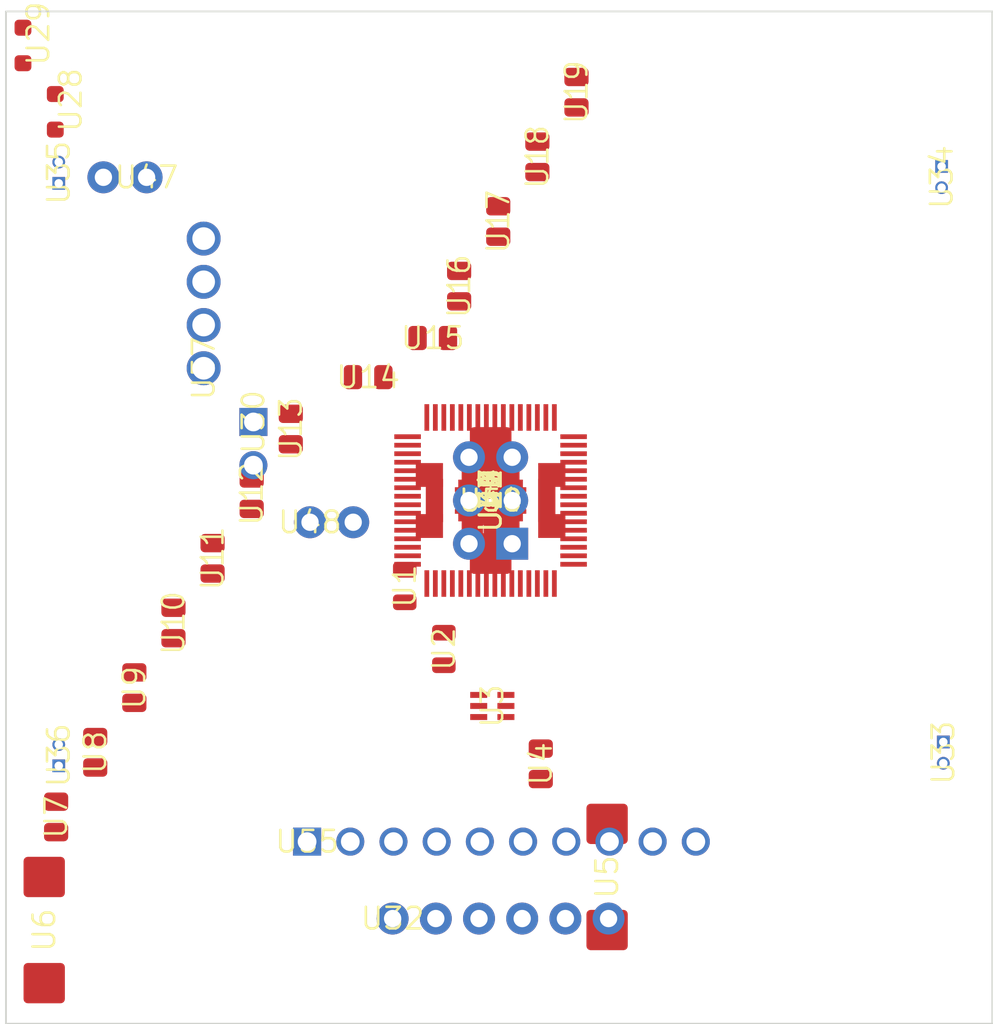
<source format=kicad_pcb>
(kicad_pcb (version 20171130) (host pcbnew "(5.1.4-0-10_14)")
  (layers (0 Top signal) (1 Route2 signal) (2 Route15 signal) (31 Bottom signal) (34 B.Paste user) (35 F.Paste user) (36 B.SilkS user) (37 F.SilkS user) (38 B.Mask user) (39 F.Mask user hide) (44 Edge.Cuts user))
  (net 0 "")
  (net 1 3V3)
  (net 2 GND)
  (net 3 VBAT)
  (net 4 BAT_GND)
  (net 5 "Net-(B1-Pad3)")
  (net 6 "Net-(B1-Pad4)")
  (net 7 "Net-(C3-Pad1)")
  (net 8 "Net-(C1-Pad1)")
  (net 9 "Net-(C2-Pad1)")
  (net 10 /PWM3)
  (net 11 /PWM2)
  (net 12 /PWM1)
  (net 13 /TX0)
  (net 14 /RX0)
  (net 15 /PWM4)
  (net 16 /MISO)
  (net 17 /MOSI)
  (net 18 /SCK)
  (net 19 /SDA)
  (net 20 /SCL)
  (net 21 "Net-(C4-Pad1)")
  (net 22 /RESET)
  (net 23 "Net-(D1-PadA)")
  (net 24 "Net-(C18-Pad1)")
  (net 25 "Net-(C19-Pad1)")
  (net 26 "Net-(B1-Pad2)")
  (net 27 "Net-(B1-Pad1)")
  (net 28 "Net-(D2-PadA)")
  (net 29 "Net-(D3-PadA)")
  (net 30 "Net-(D4-PadA)")
  (net 31 /DTR)
  (net 32 "Net-(D7-Pad1)")
  (net 33 "Net-(D8-Pad2)")
  (net 34 /LED2)
  (net 35 /LED1)
  (module quadcopter:LEDSC125X200X120-2_HS (layer Top) (at 120.501100 77.253600 270.000000)
    (fp_text reference U29 (at -0.7 -0.9 270) (layer F.SilkS) (effects (font (size 1.27 1.27))))
    (fp_text value "" (at -0.7 -0.9 270) (layer F.SilkS) (effects (font (size 1.27 1.27))))
    (pad 1 smd roundrect (at -1.045 0 90.000000) (size 0.94 0.99) (layers Top) (roundrect_rratio 0.255) (net 2 GND))
    (pad 2 smd roundrect (at 1.045 0 270.000000) (size 0.94 0.99) (layers Top) (roundrect_rratio 0.255) (net 33 "Net-(D8-Pad2)"))
  )
  (module quadcopter:LEDSC125X200X120-2_HS (layer Top) (at 122.401100 81.153600 270.000000)
    (fp_text reference U28 (at -0.7 -0.9 270) (layer F.SilkS) (effects (font (size 1.27 1.27))))
    (fp_text value "" (at -0.7 -0.9 270) (layer F.SilkS) (effects (font (size 1.27 1.27))))
    (pad 1 smd roundrect (at -1.045 0 90.000000) (size 0.94 0.99) (layers Top) (roundrect_rratio 0.255) (net 32 "Net-(D7-Pad1)"))
    (pad 2 smd roundrect (at 1.045 0 270.000000) (size 0.94 0.99) (layers Top) (roundrect_rratio 0.255) (net 2 GND))
  )
  (module quadcopter:FTDI_BASIC_2PIN_2 (layer Bottom) (at 126.501100 85.003600 180.000000)
    (fp_text reference U47 (at -1.27 0 180) (layer F.SilkS) (effects (font (size 1.27 1.27))))
    (fp_text value "" (at -1.27 0 180) (layer F.SilkS) (effects (font (size 1.27 1.27))))
    (pad DTR thru_hole circle (at -1.27 0 90.000000) (size 1.8796 1.8796) (drill 1.016) (layers *.Cu *.Mask) (net 31 /DTR))
    (pad CTS thru_hole circle (at 1.27 0 90.000000) (size 1.8796 1.8796) (drill 1.016) (layers *.Cu *.Mask) (net 2 GND))
  )
  (module quadcopter:HDRVR4W80P254_1X4_1066X254X850B (layer Top) (at 131.126100 92.416100 90.000000)
    (fp_text reference U57 (at -3.81 0 90) (layer F.SilkS) (effects (font (size 1.27 1.27))))
    (fp_text value "" (at -3.81 0 90) (layer F.SilkS) (effects (font (size 1.27 1.27))))
    (pad 4 thru_hole circle (at 3.81 0 90.000000) (size 1.9971 1.9971) (drill 1.3314) (layers *.Cu *.Mask) (net 19 /SDA))
    (pad 3 thru_hole circle (at 1.27 0 90.000000) (size 1.9971 1.9971) (drill 1.3314) (layers *.Cu *.Mask) (net 20 /SCL))
    (pad 2 thru_hole circle (at -1.27 0 90.000000) (size 1.9971 1.9971) (drill 1.3314) (layers *.Cu *.Mask) (net 2 GND))
    (pad 1 thru_hole circle (at -3.81 0 90.000000) (size 1.9971 1.9971) (drill 1.3314) (layers *.Cu *.Mask) (net 1 3V3))
  )
  (module quadcopter:FTDI_BASIC (layer Top) (at 148.588400 128.573200)
    (fp_text reference U32 (at -6.35 0) (layer F.SilkS) (effects (font (size 1.27 1.27))))
    (fp_text value "" (at -6.35 0) (layer F.SilkS) (effects (font (size 1.27 1.27))))
    (pad VCC thru_hole circle (at 1.27 0 90.000000) (size 1.8796 1.8796) (drill 1.016) (layers *.Cu *.Mask) (net 1 3V3))
    (pad TXO thru_hole circle (at -1.27 0 90.000000) (size 1.8796 1.8796) (drill 1.016) (layers *.Cu *.Mask) (net 14 /RX0))
    (pad RXI thru_hole circle (at -3.81 0 90.000000) (size 1.8796 1.8796) (drill 1.016) (layers *.Cu *.Mask) (net 13 /TX0))
    (pad GND thru_hole circle (at 6.35 0 90.000000) (size 1.8796 1.8796) (drill 1.016) (layers *.Cu *.Mask) (net 2 GND))
    (pad DTR thru_hole circle (at -6.35 0 90.000000) (size 1.8796 1.8796) (drill 1.016) (layers *.Cu *.Mask) (net 31 /DTR))
    (pad CTS thru_hole circle (at 3.81 0 90.000000) (size 1.8796 1.8796) (drill 1.016) (layers *.Cu *.Mask))
  )
  (module quadcopter:HDRV10W63P254_10X1_2540X254H838_HS (layer Top) (at 148.639200 124.052000)
    (fp_text reference U55 (at -11.43 0) (layer F.SilkS) (effects (font (size 1.27 1.27))))
    (fp_text value "" (at -11.43 0) (layer F.SilkS) (effects (font (size 1.27 1.27))))
    (pad 9 thru_hole circle (at 8.89 0) (size 1.65 1.65) (drill 1.1) (layers *.Cu *.Mask) (net 19 /SDA))
    (pad 8 thru_hole circle (at 6.35 0) (size 1.65 1.65) (drill 1.1) (layers *.Cu *.Mask) (net 1 3V3))
    (pad 7 thru_hole circle (at 3.81 0) (size 1.65 1.65) (drill 1.1) (layers *.Cu *.Mask) (net 3 VBAT))
    (pad 6 thru_hole circle (at 1.27 0) (size 1.65 1.65) (drill 1.1) (layers *.Cu *.Mask) (net 12 /PWM1))
    (pad 5 thru_hole circle (at -1.27 0) (size 1.65 1.65) (drill 1.1) (layers *.Cu *.Mask) (net 11 /PWM2))
    (pad 4 thru_hole circle (at -3.81 0) (size 1.65 1.65) (drill 1.1) (layers *.Cu *.Mask) (net 10 /PWM3))
    (pad 3 thru_hole circle (at -6.35 0) (size 1.65 1.65) (drill 1.1) (layers *.Cu *.Mask) (net 15 /PWM4))
    (pad 2 thru_hole circle (at -8.89 0) (size 1.65 1.65) (drill 1.1) (layers *.Cu *.Mask) (net 4 BAT_GND))
    (pad 10 thru_hole circle (at 11.43 0) (size 1.65 1.65) (drill 1.1) (layers *.Cu *.Mask) (net 20 /SCL))
    (pad 1 thru_hole rect (at -11.43 0) (size 1.65 1.65) (drill 1.1) (layers *.Cu *.Mask) (net 2 GND))
  )
  (module quadcopter:MALE_HEADER_2X1_0.1IN (layer Top) (at 134.051100 100.653600 270.000000)
    (fp_text reference U30 (at -1.27 0 270) (layer F.SilkS) (effects (font (size 1.27 1.27))))
    (fp_text value "" (at -1.27 0 270) (layer F.SilkS) (effects (font (size 1.27 1.27))))
    (pad 2 thru_hole circle (at 1.27 0 350.000000) (size 1.65 1.65) (drill 1.1) (layers *.Cu *.Mask) (net 3 VBAT))
    (pad 1 thru_hole rect (at -1.27 0 270.000000) (size 1.65 1.65) (drill 1.1) (layers *.Cu *.Mask) (net 4 BAT_GND))
  )
  (module quadcopter:FTDI_BASIC_2PIN_1 (layer Bottom) (at 138.651100 105.278600)
    (fp_text reference U48 (at -1.27 0) (layer F.SilkS) (effects (font (size 1.27 1.27))))
    (fp_text value "" (at -1.27 0) (layer F.SilkS) (effects (font (size 1.27 1.27))))
    (pad TXO thru_hole circle (at -1.27 0 270.000000) (size 1.8796 1.8796) (drill 1.016) (layers *.Cu *.Mask) (net 14 /RX0))
    (pad RXI thru_hole circle (at 1.27 0 270.000000) (size 1.8796 1.8796) (drill 1.016) (layers *.Cu *.Mask) (net 13 /TX0))
  )
  (module quadcopter:MOLEX-0530470210 (layer Top) (at 175.258400 118.819600 90.000000)
    (fp_text reference U33 (at 0 -0.635 90) (layer F.SilkS) (effects (font (size 1.27 1.27))))
    (fp_text value "" (at 0 -0.635 90) (layer F.SilkS) (effects (font (size 1.27 1.27))))
    (pad 2 thru_hole circle (at -0.625 -0.635 90.000000) (size 0.75 0.75) (drill 0.5) (layers *.Cu *.Mask) (net 23 "Net-(D1-PadA)"))
    (pad 1 thru_hole rect (at 0.625 -0.635 90.000000) (size 0.75 0.75) (drill 0.5) (layers *.Cu *.Mask) (net 3 VBAT))
  )
  (module quadcopter:MOLEX-0530470210 (layer Top) (at 175.156800 84.986800 90.000000)
    (fp_text reference U34 (at 0 -0.635 90) (layer F.SilkS) (effects (font (size 1.27 1.27))))
    (fp_text value "" (at 0 -0.635 90) (layer F.SilkS) (effects (font (size 1.27 1.27))))
    (pad 2 thru_hole circle (at -0.625 -0.635 90.000000) (size 0.75 0.75) (drill 0.5) (layers *.Cu *.Mask) (net 28 "Net-(D2-PadA)"))
    (pad 1 thru_hole rect (at 0.625 -0.635 90.000000) (size 0.75 0.75) (drill 0.5) (layers *.Cu *.Mask) (net 3 VBAT))
  )
  (module quadcopter:MOLEX-0530470210 (layer Top) (at 121.969200 118.972000 270.000000)
    (fp_text reference U36 (at 0 -0.635 270) (layer F.SilkS) (effects (font (size 1.27 1.27))))
    (fp_text value "" (at 0 -0.635 270) (layer F.SilkS) (effects (font (size 1.27 1.27))))
    (pad 2 thru_hole circle (at -0.625 -0.635 270.000000) (size 0.75 0.75) (drill 0.5) (layers *.Cu *.Mask) (net 30 "Net-(D4-PadA)"))
    (pad 1 thru_hole rect (at 0.625 -0.635 270.000000) (size 0.75 0.75) (drill 0.5) (layers *.Cu *.Mask) (net 3 VBAT))
  )
  (module quadcopter:MOLEX-0530470210 (layer Top) (at 121.969200 84.732800 270.000000)
    (fp_text reference U35 (at 0 -0.635 270) (layer F.SilkS) (effects (font (size 1.27 1.27))))
    (fp_text value "" (at 0 -0.635 270) (layer F.SilkS) (effects (font (size 1.27 1.27))))
    (pad 2 thru_hole circle (at -0.625 -0.635 270.000000) (size 0.75 0.75) (drill 0.5) (layers *.Cu *.Mask) (net 29 "Net-(D3-PadA)"))
    (pad 1 thru_hole rect (at 0.625 -0.635 270.000000) (size 0.75 0.75) (drill 0.5) (layers *.Cu *.Mask) (net 3 VBAT))
  )
  (module quadcopter:RESC2012X60_HS (layer Top) (at 142.951100 109.028600 90.000000)
    (fp_text reference U1 (at 0 0 90) (layer F.SilkS) (effects (font (size 1.27 1.27))))
    (fp_text value "" (at 0 0 90) (layer F.SilkS) (effects (font (size 1.27 1.27))))
    (pad 1 smd roundrect (at -0.955 0 270.000000) (size 0.92 1.38) (layers Top) (net 32 "Net-(D7-Pad1)"))
    (pad 2 smd roundrect (at 0.955 0 90.000000) (size 0.92 1.38) (layers Top) (net 34 /LED2))
  )
  (module quadcopter:RESC2012X60_HS (layer Top) (at 145.251100 112.728600 90.000000)
    (fp_text reference U2 (at 0 0 90) (layer F.SilkS) (effects (font (size 1.27 1.27))))
    (fp_text value "" (at 0 0 90) (layer F.SilkS) (effects (font (size 1.27 1.27))))
    (pad 1 smd roundrect (at -0.955 0 270.000000) (size 0.92 1.38) (layers Top) (net 33 "Net-(D8-Pad2)"))
    (pad 2 smd roundrect (at 0.955 0 90.000000) (size 0.92 1.38) (layers Top) (net 35 /LED1))
  )
  (module quadcopter:BALUN (layer Top) (at 148.101100 116.078600 270.000000)
    (fp_text reference U3 (at 0 0 270) (layer F.SilkS) (effects (font (size 1.27 1.27))))
    (fp_text value "" (at 0 0 270) (layer F.SilkS) (effects (font (size 1.27 1.27))))
    (pad 6 smd rect (at -0.65 -0.8 270.000000) (size 0.35 1) (layers Top F.Mask F.Paste))
    (pad 5 smd rect (at 0 -0.8 270.000000) (size 0.35 1) (layers Top F.Mask F.Paste) (net 2 GND))
    (pad 4 smd rect (at 0.65 -0.8 270.000000) (size 0.35 1) (layers Top F.Mask F.Paste) (net 6 "Net-(B1-Pad4)"))
    (pad 3 smd rect (at 0.65 0.8 270.000000) (size 0.35 1) (layers Top F.Mask F.Paste) (net 5 "Net-(B1-Pad3)"))
    (pad 2 smd rect (at 0 0.8 270.000000) (size 0.35 1) (layers Top F.Mask F.Paste) (net 26 "Net-(B1-Pad2)"))
    (pad 1 smd rect (at -0.65 0.8 270.000000) (size 0.35 1) (layers Top F.Mask F.Paste) (net 27 "Net-(B1-Pad1)"))
  )
  (module quadcopter:CAPC2012X140_HS (layer Top) (at 150.951100 119.478600 90.000000)
    (fp_text reference U4 (at 0 0 90) (layer F.SilkS) (effects (font (size 1.27 1.27))))
    (fp_text value "" (at 0 0 90) (layer F.SilkS) (effects (font (size 1.27 1.27))))
    (pad 2 smd roundrect (at 0.895 0 90.000000) (size 1.08 1.42) (layers Top) (roundrect_rratio 0.23) (net 2 GND))
    (pad 1 smd roundrect (at -0.895 0 270.000000) (size 1.08 1.42) (layers Top) (roundrect_rratio 0.23) (net 8 "Net-(C1-Pad1)"))
  )
  (module quadcopter:CAPMP7343X310_HS (layer Top) (at 154.851100 126.128600 270.000000)
    (fp_text reference U5 (at 0 0 270) (layer F.SilkS) (effects (font (size 1.27 1.27))))
    (fp_text value "" (at 0 0 270) (layer F.SilkS) (effects (font (size 1.27 1.27))))
    (pad 2 smd roundrect (at 3.12 0 270.000000) (size 2.37 2.43) (layers Top) (roundrect_rratio 0.105) (net 4 BAT_GND))
    (pad 1 smd roundrect (at -3.12 0 90.000000) (size 2.37 2.43) (layers Top) (roundrect_rratio 0.105) (net 3 VBAT))
  )
  (module quadcopter:CAPMP7343X310_HS (layer Top) (at 121.750000 129.250000 270.000000)
    (fp_text reference U6 (at 0 0 270) (layer F.SilkS) (effects (font (size 1.27 1.27))))
    (fp_text value "" (at 0 0 270) (layer F.SilkS) (effects (font (size 1.27 1.27))))
    (pad 2 smd roundrect (at 3.12 0 270.000000) (size 2.37 2.43) (layers Top) (roundrect_rratio 0.105) (net 4 BAT_GND))
    (pad 1 smd roundrect (at -3.12 0 90.000000) (size 2.37 2.43) (layers Top) (roundrect_rratio 0.105) (net 3 VBAT))
  )
  (module quadcopter:CAPC2012X140_HS (layer Top) (at 122.450000 122.600000 270.000000)
    (fp_text reference U7 (at 0 0 270) (layer F.SilkS) (effects (font (size 1.27 1.27))))
    (fp_text value "" (at 0 0 270) (layer F.SilkS) (effects (font (size 1.27 1.27))))
    (pad 2 smd roundrect (at 0.895 0 270.000000) (size 1.08 1.42) (layers Top) (roundrect_rratio 0.23) (net 4 BAT_GND))
    (pad 1 smd roundrect (at -0.895 0 90.000000) (size 1.08 1.42) (layers Top) (roundrect_rratio 0.23) (net 3 VBAT))
  )
  (module quadcopter:CAPC2012X140_HS (layer Top) (at 124.750000 118.800000 270.000000)
    (fp_text reference U8 (at 0 0 270) (layer F.SilkS) (effects (font (size 1.27 1.27))))
    (fp_text value "" (at 0 0 270) (layer F.SilkS) (effects (font (size 1.27 1.27))))
    (pad 2 smd roundrect (at 0.895 0 270.000000) (size 1.08 1.42) (layers Top) (roundrect_rratio 0.23) (net 2 GND))
    (pad 1 smd roundrect (at -0.895 0 90.000000) (size 1.08 1.42) (layers Top) (roundrect_rratio 0.23) (net 1 3V3))
  )
  (module quadcopter:CAPC2012X140_HS (layer Top) (at 127.050000 115.000000 270.000000)
    (fp_text reference U9 (at 0 0 270) (layer F.SilkS) (effects (font (size 1.27 1.27))))
    (fp_text value "" (at 0 0 270) (layer F.SilkS) (effects (font (size 1.27 1.27))))
    (pad 2 smd roundrect (at 0.895 0 270.000000) (size 1.08 1.42) (layers Top) (roundrect_rratio 0.23) (net 22 /RESET))
    (pad 1 smd roundrect (at -0.895 0 90.000000) (size 1.08 1.42) (layers Top) (roundrect_rratio 0.23) (net 31 /DTR))
  )
  (module quadcopter:CAPC2012X140_HS (layer Top) (at 129.350000 111.200000 270.000000)
    (fp_text reference U10 (at 0 0 270) (layer F.SilkS) (effects (font (size 1.27 1.27))))
    (fp_text value "" (at 0 0 270) (layer F.SilkS) (effects (font (size 1.27 1.27))))
    (pad 2 smd roundrect (at 0.895 0 270.000000) (size 1.08 1.42) (layers Top) (roundrect_rratio 0.23) (net 2 GND))
    (pad 1 smd roundrect (at -0.895 0 90.000000) (size 1.08 1.42) (layers Top) (roundrect_rratio 0.23) (net 24 "Net-(C18-Pad1)"))
  )
  (module quadcopter:CAPC2012X140_HS (layer Top) (at 131.650000 107.400000 270.000000)
    (fp_text reference U11 (at 0 0 270) (layer F.SilkS) (effects (font (size 1.27 1.27))))
    (fp_text value "" (at 0 0 270) (layer F.SilkS) (effects (font (size 1.27 1.27))))
    (pad 2 smd roundrect (at 0.895 0 270.000000) (size 1.08 1.42) (layers Top) (roundrect_rratio 0.23) (net 2 GND))
    (pad 1 smd roundrect (at -0.895 0 90.000000) (size 1.08 1.42) (layers Top) (roundrect_rratio 0.23) (net 25 "Net-(C19-Pad1)"))
  )
  (module quadcopter:CAPC2012X140_HS (layer Top) (at 133.950000 103.600000 270.000000)
    (fp_text reference U12 (at 0 0 270) (layer F.SilkS) (effects (font (size 1.27 1.27))))
    (fp_text value "" (at 0 0 270) (layer F.SilkS) (effects (font (size 1.27 1.27))))
    (pad 2 smd roundrect (at 0.895 0 270.000000) (size 1.08 1.42) (layers Top) (roundrect_rratio 0.23) (net 2 GND))
    (pad 1 smd roundrect (at -0.895 0 90.000000) (size 1.08 1.42) (layers Top) (roundrect_rratio 0.23) (net 9 "Net-(C2-Pad1)"))
  )
  (module quadcopter:CAPC2012X140_HS (layer Top) (at 136.250000 99.800000 270.000000)
    (fp_text reference U13 (at 0 0 270) (layer F.SilkS) (effects (font (size 1.27 1.27))))
    (fp_text value "" (at 0 0 270) (layer F.SilkS) (effects (font (size 1.27 1.27))))
    (pad 2 smd roundrect (at 0.895 0 270.000000) (size 1.08 1.42) (layers Top) (roundrect_rratio 0.23) (net 2 GND))
    (pad 1 smd roundrect (at -0.895 0 90.000000) (size 1.08 1.42) (layers Top) (roundrect_rratio 0.23) (net 1 3V3))
  )
  (module quadcopter:CAPC2012X140_HS (layer Top) (at 140.800000 96.750000 180.000000)
    (fp_text reference U14 (at 0 0 180) (layer F.SilkS) (effects (font (size 1.27 1.27))))
    (fp_text value "" (at 0 0 180) (layer F.SilkS) (effects (font (size 1.27 1.27))))
    (pad 2 smd roundrect (at 0.895 0 180.000000) (size 1.08 1.42) (layers Top) (roundrect_rratio 0.23) (net 2 GND))
    (pad 1 smd roundrect (at -0.895 0) (size 1.08 1.42) (layers Top) (roundrect_rratio 0.23) (net 26 "Net-(B1-Pad2)"))
  )
  (module quadcopter:CAPC2012X140_HS (layer Top) (at 144.600000 94.450000)
    (fp_text reference U15 (at 0 0) (layer F.SilkS) (effects (font (size 1.27 1.27))))
    (fp_text value "" (at 0 0) (layer F.SilkS) (effects (font (size 1.27 1.27))))
    (pad 2 smd roundrect (at 0.895 0) (size 1.08 1.42) (layers Top) (roundrect_rratio 0.23) (net 2 GND))
    (pad 1 smd roundrect (at -0.895 0 180.000000) (size 1.08 1.42) (layers Top) (roundrect_rratio 0.23) (net 27 "Net-(B1-Pad1)"))
  )
  (module quadcopter:CAPC2012X140_HS (layer Top) (at 146.150000 91.400000 90.000000)
    (fp_text reference U16 (at 0 0 90) (layer F.SilkS) (effects (font (size 1.27 1.27))))
    (fp_text value "" (at 0 0 90) (layer F.SilkS) (effects (font (size 1.27 1.27))))
    (pad 2 smd roundrect (at 0.895 0 90.000000) (size 1.08 1.42) (layers Top) (roundrect_rratio 0.23) (net 2 GND))
    (pad 1 smd roundrect (at -0.895 0 270.000000) (size 1.08 1.42) (layers Top) (roundrect_rratio 0.23) (net 1 3V3))
  )
  (module quadcopter:CAPC2012X140_HS (layer Top) (at 148.450000 87.600000 270.000000)
    (fp_text reference U17 (at 0 0 270) (layer F.SilkS) (effects (font (size 1.27 1.27))))
    (fp_text value "" (at 0 0 270) (layer F.SilkS) (effects (font (size 1.27 1.27))))
    (pad 2 smd roundrect (at 0.895 0 270.000000) (size 1.08 1.42) (layers Top) (roundrect_rratio 0.23) (net 2 GND))
    (pad 1 smd roundrect (at -0.895 0 90.000000) (size 1.08 1.42) (layers Top) (roundrect_rratio 0.23) (net 1 3V3))
  )
  (module quadcopter:CAPC2012X140_HS (layer Top) (at 150.750000 83.800000 90.000000)
    (fp_text reference U18 (at 0 0 90) (layer F.SilkS) (effects (font (size 1.27 1.27))))
    (fp_text value "" (at 0 0 90) (layer F.SilkS) (effects (font (size 1.27 1.27))))
    (pad 2 smd roundrect (at 0.895 0 90.000000) (size 1.08 1.42) (layers Top) (roundrect_rratio 0.23) (net 2 GND))
    (pad 1 smd roundrect (at -0.895 0 270.000000) (size 1.08 1.42) (layers Top) (roundrect_rratio 0.23) (net 1 3V3))
  )
  (module quadcopter:CAPC2012X140_HS (layer Top) (at 153.050000 80.000000 270.000000)
    (fp_text reference U19 (at 0 0 270) (layer F.SilkS) (effects (font (size 1.27 1.27))))
    (fp_text value "" (at 0 0 270) (layer F.SilkS) (effects (font (size 1.27 1.27))))
    (pad 2 smd roundrect (at 0.895 0 270.000000) (size 1.08 1.42) (layers Top) (roundrect_rratio 0.23) (net 2 GND))
    (pad 1 smd roundrect (at -0.895 0 90.000000) (size 1.08 1.42) (layers Top) (roundrect_rratio 0.23) (net 1 3V3))
  )
  (module quadcopter:CAPC2012X140_HS (layer Top) (at 148.000000 104.000000 90.000000)
    (fp_text reference U20 (at 0 0 90) (layer F.SilkS) (effects (font (size 1.27 1.27))))
    (fp_text value "" (at 0 0 90) (layer F.SilkS) (effects (font (size 1.27 1.27))))
    (pad 2 smd roundrect (at 0.895 0 90.000000) (size 1.08 1.42) (layers Top) (roundrect_rratio 0.23) (net 2 GND))
    (pad 1 smd roundrect (at -0.895 0 270.000000) (size 1.08 1.42) (layers Top) (roundrect_rratio 0.23) (net 7 "Net-(C3-Pad1)"))
  )
  (module quadcopter:CAPC2012X140_HS (layer Top) (at 148.000000 104.000000 90.000000)
    (fp_text reference U21 (at 0 0 90) (layer F.SilkS) (effects (font (size 1.27 1.27))))
    (fp_text value "" (at 0 0 90) (layer F.SilkS) (effects (font (size 1.27 1.27))))
    (pad 2 smd roundrect (at 0.895 0 90.000000) (size 1.08 1.42) (layers Top) (roundrect_rratio 0.23) (net 2 GND))
    (pad 1 smd roundrect (at -0.895 0 270.000000) (size 1.08 1.42) (layers Top) (roundrect_rratio 0.23) (net 21 "Net-(C4-Pad1)"))
  )
  (module quadcopter:CAPMP7343X310_HS (layer Top) (at 148.000000 104.000000 270.000000)
    (fp_text reference U22 (at 0 0 270) (layer F.SilkS) (effects (font (size 1.27 1.27))))
    (fp_text value "" (at 0 0 270) (layer F.SilkS) (effects (font (size 1.27 1.27))))
    (pad 2 smd roundrect (at 3.12 0 270.000000) (size 2.37 2.43) (layers Top) (roundrect_rratio 0.105) (net 4 BAT_GND))
    (pad 1 smd roundrect (at -3.12 0 90.000000) (size 2.37 2.43) (layers Top) (roundrect_rratio 0.105) (net 3 VBAT))
  )
  (module quadcopter:CAPMP7343X310_HS (layer Top) (at 148.000000 104.000000 270.000000)
    (fp_text reference U23 (at 0 0 270) (layer F.SilkS) (effects (font (size 1.27 1.27))))
    (fp_text value "" (at 0 0 270) (layer F.SilkS) (effects (font (size 1.27 1.27))))
    (pad 2 smd roundrect (at 3.12 0 270.000000) (size 2.37 2.43) (layers Top) (roundrect_rratio 0.105) (net 4 BAT_GND))
    (pad 1 smd roundrect (at -3.12 0 90.000000) (size 2.37 2.43) (layers Top) (roundrect_rratio 0.105) (net 3 VBAT))
  )
  (module quadcopter:SOD3716X135_HS (layer Top) (at 148.000000 104.000000 270.000000)
    (fp_text reference U24 (at 0 0 270) (layer F.SilkS) (effects (font (size 1.27 1.27))))
    (fp_text value "" (at 0 0 270) (layer F.SilkS) (effects (font (size 1.27 1.27))))
    (pad C smd roundrect (at -1.665 0 90.000000) (size 1.25 0.8) (layers Top) (net 3 VBAT))
    (pad A smd roundrect (at 1.665 0 270.000000) (size 1.25 0.8) (layers Top) (net 23 "Net-(D1-PadA)"))
  )
  (module quadcopter:SOD3716X135_HS (layer Top) (at 148.000000 104.000000 270.000000)
    (fp_text reference U25 (at 0 0 270) (layer F.SilkS) (effects (font (size 1.27 1.27))))
    (fp_text value "" (at 0 0 270) (layer F.SilkS) (effects (font (size 1.27 1.27))))
    (pad C smd roundrect (at -1.665 0 90.000000) (size 1.25 0.8) (layers Top) (net 3 VBAT))
    (pad A smd roundrect (at 1.665 0 270.000000) (size 1.25 0.8) (layers Top) (net 28 "Net-(D2-PadA)"))
  )
  (module quadcopter:SOD3716X135_HS (layer Top) (at 148.000000 104.000000 270.000000)
    (fp_text reference U26 (at 0 0 270) (layer F.SilkS) (effects (font (size 1.27 1.27))))
    (fp_text value "" (at 0 0 270) (layer F.SilkS) (effects (font (size 1.27 1.27))))
    (pad C smd roundrect (at -1.665 0 90.000000) (size 1.25 0.8) (layers Top) (net 3 VBAT))
    (pad A smd roundrect (at 1.665 0 270.000000) (size 1.25 0.8) (layers Top) (net 29 "Net-(D3-PadA)"))
  )
  (module quadcopter:SOD3716X135_HS (layer Top) (at 148.000000 104.000000 270.000000)
    (fp_text reference U27 (at 0 0 270) (layer F.SilkS) (effects (font (size 1.27 1.27))))
    (fp_text value "" (at 0 0 270) (layer F.SilkS) (effects (font (size 1.27 1.27))))
    (pad C smd roundrect (at -1.665 0 90.000000) (size 1.25 0.8) (layers Top) (net 3 VBAT))
    (pad A smd roundrect (at 1.665 0 270.000000) (size 1.25 0.8) (layers Top) (net 30 "Net-(D4-PadA)"))
  )
  (module quadcopter:2X3-NS (layer Top) (at 148.000000 104.000000 90.000000)
    (fp_text reference U31 (at 0 0 90) (layer F.SilkS) (effects (font (size 1.27 1.27))))
    (fp_text value "" (at 0 0 90) (layer F.SilkS) (effects (font (size 1.27 1.27))))
    (pad 6 thru_hole circle (at 2.54 -1.27 90.000000) (size 1.8796 1.8796) (drill 1.016) (layers *.Cu *.Mask) (net 2 GND))
    (pad 5 thru_hole circle (at 2.54 1.27 90.000000) (size 1.8796 1.8796) (drill 1.016) (layers *.Cu *.Mask) (net 22 /RESET))
    (pad 4 thru_hole circle (at 0 -1.27 90.000000) (size 1.8796 1.8796) (drill 1.016) (layers *.Cu *.Mask) (net 17 /MOSI))
    (pad 3 thru_hole circle (at 0 1.27 90.000000) (size 1.8796 1.8796) (drill 1.016) (layers *.Cu *.Mask) (net 18 /SCK))
    (pad 2 thru_hole circle (at -2.54 -1.27 90.000000) (size 1.8796 1.8796) (drill 1.016) (layers *.Cu *.Mask))
    (pad 1 thru_hole rect (at -2.54 1.27 90.000000) (size 1.8796 1.8796) (drill 1.016) (layers *.Cu *.Mask) (net 16 /MISO))
  )
  (module quadcopter:RESC2012X60_HS (layer Top) (at 148.000000 104.000000 90.000000)
    (fp_text reference U37 (at 0 0 90) (layer F.SilkS) (effects (font (size 1.27 1.27))))
    (fp_text value "" (at 0 0 90) (layer F.SilkS) (effects (font (size 1.27 1.27))))
    (pad 1 smd roundrect (at -0.955 0 270.000000) (size 0.92 1.38) (layers Top) (net 22 /RESET))
    (pad 2 smd roundrect (at 0.955 0 90.000000) (size 0.92 1.38) (layers Top) (net 1 3V3))
  )
  (module quadcopter:RESC2012X60_HS (layer Top) (at 148.000000 104.000000 90.000000)
    (fp_text reference U38 (at 0 0 90) (layer F.SilkS) (effects (font (size 1.27 1.27))))
    (fp_text value "" (at 0 0 90) (layer F.SilkS) (effects (font (size 1.27 1.27))))
    (pad 1 smd roundrect (at -0.955 0 270.000000) (size 0.92 1.38) (layers Top) (net 19 /SDA))
    (pad 2 smd roundrect (at 0.955 0 90.000000) (size 0.92 1.38) (layers Top) (net 1 3V3))
  )
  (module quadcopter:RESC2012X60_HS (layer Top) (at 148.000000 104.000000 90.000000)
    (fp_text reference U39 (at 0 0 90) (layer F.SilkS) (effects (font (size 1.27 1.27))))
    (fp_text value "" (at 0 0 90) (layer F.SilkS) (effects (font (size 1.27 1.27))))
    (pad 1 smd roundrect (at -0.955 0 270.000000) (size 0.92 1.38) (layers Top) (net 20 /SCL))
    (pad 2 smd roundrect (at 0.955 0 90.000000) (size 0.92 1.38) (layers Top) (net 1 3V3))
  )
  (module quadcopter:RESC2012X60_HS (layer Top) (at 148.000000 104.000000 270.000000)
    (fp_text reference U40 (at 0 0 270) (layer F.SilkS) (effects (font (size 1.27 1.27))))
    (fp_text value "" (at 0 0 270) (layer F.SilkS) (effects (font (size 1.27 1.27))))
    (pad 1 smd roundrect (at -0.955 0 90.000000) (size 0.92 1.38) (layers Top) (net 12 /PWM1))
    (pad 2 smd roundrect (at 0.955 0 270.000000) (size 0.92 1.38) (layers Top) (net 2 GND))
  )
  (module quadcopter:RESC2012X60_HS (layer Top) (at 148.000000 104.000000 90.000000)
    (fp_text reference U41 (at 0 0 90) (layer F.SilkS) (effects (font (size 1.27 1.27))))
    (fp_text value "" (at 0 0 90) (layer F.SilkS) (effects (font (size 1.27 1.27))))
    (pad 1 smd roundrect (at -0.955 0 270.000000) (size 0.92 1.38) (layers Top) (net 11 /PWM2))
    (pad 2 smd roundrect (at 0.955 0 90.000000) (size 0.92 1.38) (layers Top) (net 2 GND))
  )
  (module quadcopter:RESC2012X60_HS (layer Top) (at 148.000000 104.000000 90.000000)
    (fp_text reference U42 (at 0 0 90) (layer F.SilkS) (effects (font (size 1.27 1.27))))
    (fp_text value "" (at 0 0 90) (layer F.SilkS) (effects (font (size 1.27 1.27))))
    (pad 1 smd roundrect (at -0.955 0 270.000000) (size 0.92 1.38) (layers Top) (net 10 /PWM3))
    (pad 2 smd roundrect (at 0.955 0 90.000000) (size 0.92 1.38) (layers Top) (net 2 GND))
  )
  (module quadcopter:RESC2012X60_HS (layer Top) (at 148.000000 104.000000 270.000000)
    (fp_text reference U43 (at 0 0 270) (layer F.SilkS) (effects (font (size 1.27 1.27))))
    (fp_text value "" (at 0 0 270) (layer F.SilkS) (effects (font (size 1.27 1.27))))
    (pad 1 smd roundrect (at -0.955 0 90.000000) (size 0.92 1.38) (layers Top) (net 15 /PWM4))
    (pad 2 smd roundrect (at 0.955 0 270.000000) (size 0.92 1.38) (layers Top) (net 2 GND))
  )
  (module quadcopter:4.5MM_TACTILE_SWITCH_TL3305AF160QG (layer Top) (at 148.000000 104.000000 180.000000)
    (fp_text reference U44 (at 0 0 180) (layer F.SilkS) (effects (font (size 1.27 1.27))))
    (fp_text value "" (at 0 0 180) (layer F.SilkS) (effects (font (size 1.27 1.27))))
    (pad 4 smd rect (at 3.6 -1.5 270.000000) (size 1.4 1.6) (layers Top F.Mask F.Paste) (net 22 /RESET))
    (pad 3 smd rect (at -3.6 -1.5 270.000000) (size 1.4 1.6) (layers Top F.Mask F.Paste) (net 22 /RESET))
    (pad 2 smd rect (at 3.6 1.5 270.000000) (size 1.4 1.6) (layers Top F.Mask F.Paste) (net 2 GND))
    (pad 1 smd rect (at -3.6 1.5 270.000000) (size 1.4 1.6) (layers Top F.Mask F.Paste) (net 2 GND))
  )
  (module quadcopter:QFN-64 (layer Top) (at 148.000000 104.000000 270.000000)
    (fp_text reference U45 (at 0 0 270) (layer F.SilkS) (effects (font (size 1.27 1.27))))
    (fp_text value "" (at 0 0 270) (layer F.SilkS) (effects (font (size 1.27 1.27))))
    (pad 9 smd rect (at -4.881 0.25 180.000000) (size 0.28 1.562) (layers Top F.Mask F.Paste) (net 5 "Net-(B1-Pad3)"))
    (pad 8 smd rect (at -4.881 -0.25 180.000000) (size 0.28 1.562) (layers Top F.Mask F.Paste) (net 6 "Net-(B1-Pad4)"))
    (pad 7 smd rect (at -4.881 -0.75 180.000000) (size 0.28 1.562) (layers Top F.Mask F.Paste) (net 2 GND))
    (pad 64 smd rect (at -3.75 -4.881 270.000000) (size 0.28 1.562) (layers Top F.Mask F.Paste))
    (pad 63 smd rect (at -3.25 -4.881 270.000000) (size 0.28 1.562) (layers Top F.Mask F.Paste))
    (pad 62 smd rect (at -2.75 -4.881 270.000000) (size 0.28 1.562) (layers Top F.Mask F.Paste))
    (pad 61 smd rect (at -2.25 -4.881 270.000000) (size 0.28 1.562) (layers Top F.Mask F.Paste) (net 2 GND))
    (pad 60 smd rect (at -1.75 -4.881 270.000000) (size 0.28 1.562) (layers Top F.Mask F.Paste) (net 7 "Net-(C3-Pad1)"))
    (pad 6 smd rect (at -4.881 -1.25 180.000000) (size 0.28 1.562) (layers Top F.Mask F.Paste))
    (pad 59 smd rect (at -1.25 -4.881 270.000000) (size 0.28 1.562) (layers Top F.Mask F.Paste) (net 1 3V3))
    (pad 58 smd rect (at -0.75 -4.881 270.000000) (size 0.28 1.562) (layers Top F.Mask F.Paste) (net 2 GND))
    (pad 57 smd rect (at -0.25 -4.881 270.000000) (size 0.28 1.562) (layers Top F.Mask F.Paste) (net 8 "Net-(C1-Pad1)"))
    (pad 56 smd rect (at 0.25 -4.881 270.000000) (size 0.28 1.562) (layers Top F.Mask F.Paste) (net 9 "Net-(C2-Pad1)"))
    (pad 55 smd rect (at 0.75 -4.881 270.000000) (size 0.28 1.562) (layers Top F.Mask F.Paste) (net 2 GND))
    (pad 54 smd rect (at 1.25 -4.881 270.000000) (size 0.28 1.562) (layers Top F.Mask F.Paste) (net 1 3V3))
    (pad 53 smd rect (at 1.75 -4.881 270.000000) (size 0.28 1.562) (layers Top F.Mask F.Paste))
    (pad 52 smd rect (at 2.25 -4.881 270.000000) (size 0.28 1.562) (layers Top F.Mask F.Paste))
    (pad 51 smd rect (at 2.75 -4.881 270.000000) (size 0.28 1.562) (layers Top F.Mask F.Paste) (net 10 /PWM3))
    (pad 50 smd rect (at 3.25 -4.881 270.000000) (size 0.28 1.562) (layers Top F.Mask F.Paste) (net 11 /PWM2))
    (pad 5 smd rect (at -4.881 -1.75 180.000000) (size 0.28 1.562) (layers Top F.Mask F.Paste))
    (pad 49 smd rect (at 3.75 -4.881 270.000000) (size 0.28 1.562) (layers Top F.Mask F.Paste) (net 12 /PWM1))
    (pad 48 smd rect (at 4.881 -3.75) (size 0.28 1.562) (layers Top F.Mask F.Paste))
    (pad 47 smd rect (at 4.881 -3.25) (size 0.28 1.562) (layers Top F.Mask F.Paste) (net 13 /TX0))
    (pad 46 smd rect (at 4.881 -2.75) (size 0.28 1.562) (layers Top F.Mask F.Paste) (net 14 /RX0))
    (pad 45 smd rect (at 4.881 -2.25) (size 0.28 1.562) (layers Top F.Mask F.Paste) (net 2 GND))
    (pad 44 smd rect (at 4.881 -1.75) (size 0.28 1.562) (layers Top F.Mask F.Paste) (net 1 3V3))
    (pad 43 smd rect (at 4.881 -1.25) (size 0.28 1.562) (layers Top F.Mask F.Paste))
    (pad 42 smd rect (at 4.881 -0.75) (size 0.28 1.562) (layers Top F.Mask F.Paste))
    (pad 41 smd rect (at 4.881 -0.25) (size 0.28 1.562) (layers Top F.Mask F.Paste) (net 15 /PWM4))
    (pad 40 smd rect (at 4.881 0.25) (size 0.28 1.562) (layers Top F.Mask F.Paste))
    (pad 4 smd rect (at -4.881 -2.25 180.000000) (size 0.28 1.562) (layers Top F.Mask F.Paste))
    (pad 39 smd rect (at 4.881 0.75) (size 0.28 1.562) (layers Top F.Mask F.Paste) (net 16 /MISO))
    (pad 38 smd rect (at 4.881 1.25) (size 0.28 1.562) (layers Top F.Mask F.Paste) (net 17 /MOSI))
    (pad 37 smd rect (at 4.881 1.75) (size 0.28 1.562) (layers Top F.Mask F.Paste) (net 18 /SCK))
    (pad 36 smd rect (at 4.881 2.25) (size 0.28 1.562) (layers Top F.Mask F.Paste))
    (pad 35 smd rect (at 4.881 2.75) (size 0.28 1.562) (layers Top F.Mask F.Paste) (net 2 GND))
    (pad 34 smd rect (at 4.881 3.25) (size 0.28 1.562) (layers Top F.Mask F.Paste) (net 1 3V3))
    (pad 33 smd rect (at 4.881 3.75) (size 0.28 1.562) (layers Top F.Mask F.Paste) (net 2 GND))
    (pad 32 smd rect (at 3.75 4.881 270.000000) (size 0.28 1.562) (layers Top F.Mask F.Paste))
    (pad 31 smd rect (at 3.25 4.881 270.000000) (size 0.28 1.562) (layers Top F.Mask F.Paste))
    (pad 30 smd rect (at 2.75 4.881 270.000000) (size 0.28 1.562) (layers Top F.Mask F.Paste))
    (pad 3 smd rect (at -4.881 -2.75 180.000000) (size 0.28 1.562) (layers Top F.Mask F.Paste))
    (pad 29 smd rect (at 2.25 4.881 270.000000) (size 0.28 1.562) (layers Top F.Mask F.Paste))
    (pad 28 smd rect (at 1.75 4.881 90.000000) (size 0.28 1.562) (layers Top F.Mask F.Paste))
    (pad 27 smd rect (at 1.25 4.881 90.000000) (size 0.28 1.562) (layers Top F.Mask F.Paste))
    (pad 26 smd rect (at 0.75 4.881 90.000000) (size 0.28 1.562) (layers Top F.Mask F.Paste) (net 19 /SDA))
    (pad 25 smd rect (at 0.25 4.881 90.000000) (size 0.28 1.562) (layers Top F.Mask F.Paste) (net 20 /SCL))
    (pad 24 smd rect (at -0.25 4.881 90.000000) (size 0.28 1.562) (layers Top F.Mask F.Paste) (net 2 GND))
    (pad 23 smd rect (at -0.75 4.881 90.000000) (size 0.28 1.562) (layers Top F.Mask F.Paste) (net 1 3V3))
    (pad 22 smd rect (at -1.25 4.881 90.000000) (size 0.28 1.562) (layers Top F.Mask F.Paste) (net 21 "Net-(C4-Pad1)"))
    (pad 21 smd rect (at -1.75 4.881 90.000000) (size 0.28 1.562) (layers Top F.Mask F.Paste) (net 21 "Net-(C4-Pad1)"))
    (pad 20 smd rect (at -2.25 4.881 90.000000) (size 0.28 1.562) (layers Top F.Mask F.Paste) (net 2 GND))
    (pad 2 smd rect (at -4.881 -3.25 180.000000) (size 0.28 1.562) (layers Top F.Mask F.Paste))
    (pad 19 smd rect (at -2.75 4.881 90.000000) (size 0.28 1.562) (layers Top F.Mask F.Paste))
    (pad 18 smd rect (at -3.25 4.881 90.000000) (size 0.28 1.562) (layers Top F.Mask F.Paste))
    (pad 17 smd rect (at -3.75 4.881 90.000000) (size 0.28 1.562) (layers Top F.Mask F.Paste))
    (pad 16 smd rect (at -4.881 3.75) (size 0.28 1.562) (layers Top F.Mask F.Paste))
    (pad 15 smd rect (at -4.881 3.25) (size 0.28 1.562) (layers Top F.Mask F.Paste) (net 34 /LED2))
    (pad 14 smd rect (at -4.881 2.75 180.000000) (size 0.28 1.562) (layers Top F.Mask F.Paste) (net 35 /LED1))
    (pad 13 smd rect (at -4.881 2.25 180.000000) (size 0.28 1.562) (layers Top F.Mask F.Paste))
    (pad 12 smd rect (at -4.881 1.75 180.000000) (size 0.28 1.562) (layers Top F.Mask F.Paste) (net 22 /RESET))
    (pad 11 smd rect (at -4.881 1.25 180.000000) (size 0.28 1.562) (layers Top F.Mask F.Paste) (net 2 GND))
    (pad 10 smd rect (at -4.881 0.75 180.000000) (size 0.28 1.562) (layers Top F.Mask F.Paste) (net 2 GND))
    (pad 1 smd rect (at -4.881 -3.75 180.000000) (size 0.28 1.562) (layers Top F.Mask F.Paste))
  )
  (module quadcopter:CRYSTAL-SMD-5X3 (layer Top) (at 148.000000 104.000000 270.000000)
    (fp_text reference U46 (at 0 0 270) (layer F.SilkS) (effects (font (size 1.27 1.27))))
    (fp_text value "" (at 0 0 270) (layer F.SilkS) (effects (font (size 1.27 1.27))))
    (pad 4 smd rect (at -1.85 -1.15 270.000000) (size 1.9 1.1) (layers Top F.Mask F.Paste))
    (pad 3 smd rect (at 1.85 -1.15 270.000000) (size 1.9 1.1) (layers Top F.Mask F.Paste) (net 9 "Net-(C2-Pad1)"))
    (pad 2 smd rect (at 1.85 1.15 270.000000) (size 1.9 1.1) (layers Top F.Mask F.Paste))
    (pad 1 smd rect (at -1.85 1.15 270.000000) (size 1.9 1.1) (layers Top F.Mask F.Paste) (net 8 "Net-(C1-Pad1)"))
  )
  (module quadcopter:SOT23-DBV (layer Top) (at 148.000000 104.000000 270.000000)
    (fp_text reference U49 (at 0 0 270) (layer F.SilkS) (effects (font (size 1.27 1.27))))
    (fp_text value "" (at 0 0 270) (layer F.SilkS) (effects (font (size 1.27 1.27))))
    (pad 5 smd rect (at -0.95 -1.3 270.000000) (size 0.55 1.2) (layers Top F.Mask F.Paste) (net 1 3V3))
    (pad 4 smd rect (at 0.95 -1.3 270.000000) (size 0.55 1.2) (layers Top F.Mask F.Paste))
    (pad 3 smd rect (at 0.95 1.3 270.000000) (size 0.55 1.2) (layers Top F.Mask F.Paste) (net 3 VBAT))
    (pad 2 smd rect (at 0 1.3 270.000000) (size 0.55 1.2) (layers Top F.Mask F.Paste) (net 2 GND))
    (pad 1 smd rect (at -0.95 1.3 270.000000) (size 0.55 1.2) (layers Top F.Mask F.Paste) (net 3 VBAT))
  )
  (module quadcopter:NEW_IMU_MEDIUM (layer Top) (at 148.000000 104.000000 180.000000)
    (fp_text reference U50 (at 0 0 180) (layer F.SilkS) (effects (font (size 1.27 1.27))))
    (fp_text value "" (at 0 0 180) (layer F.SilkS) (effects (font (size 1.27 1.27))))
    (pad VDDIO2 smd rect (at -1.675 -0.215) (size 0.85 0.27) (layers Top F.Mask F.Paste) (net 1 3V3))
    (pad VDDIO smd rect (at -1.505 -1.425 270.000000) (size 0.85 0.27) (layers Top F.Mask F.Paste) (net 1 3V3))
    (pad VDD2 smd rect (at -0.645 -1.425 270.000000) (size 0.85 0.27) (layers Top F.Mask F.Paste) (net 1 3V3))
    (pad VDD1 smd rect (at -0.215 -1.425 270.000000) (size 0.85 0.27) (layers Top F.Mask F.Paste) (net 1 3V3))
    (pad SDO_M smd rect (at -1.505 1.425 90.000000) (size 0.85 0.27) (layers Top F.Mask F.Paste) (net 1 3V3))
    (pad SDO_A/G smd rect (at -1.675 0.645) (size 0.85 0.27) (layers Top F.Mask F.Paste) (net 1 3V3))
    (pad SDA/SDI/SDO smd rect (at -1.675 0.215) (size 0.85 0.27) (layers Top F.Mask F.Paste) (net 19 /SDA))
    (pad SCL/SPC smd rect (at -1.675 -0.645) (size 0.85 0.27) (layers Top F.Mask F.Paste) (net 20 /SCL))
    (pad RES5 smd rect (at 1.505 -1.425 270.000000) (size 0.85 0.27) (layers Top F.Mask F.Paste) (net 2 GND))
    (pad RES4 smd rect (at 1.675 -0.645 180.000000) (size 0.85 0.27) (layers Top F.Mask F.Paste) (net 2 GND))
    (pad RES3 smd rect (at 1.675 -0.215 180.000000) (size 0.85 0.27) (layers Top F.Mask F.Paste) (net 2 GND))
    (pad RES2 smd rect (at 1.675 0.215 180.000000) (size 0.85 0.27) (layers Top F.Mask F.Paste) (net 2 GND))
    (pad RES1 smd rect (at 1.675 0.645 180.000000) (size 0.85 0.27) (layers Top F.Mask F.Paste) (net 2 GND))
    (pad INT_M smd rect (at 0.215 1.425 90.000000) (size 0.85 0.27) (layers Top F.Mask F.Paste))
    (pad INT2_A/G smd rect (at 1.075 1.425 90.000000) (size 0.85 0.27) (layers Top F.Mask F.Paste))
    (pad INT1_A/G smd rect (at 0.645 1.425 90.000000) (size 0.85 0.27) (layers Top F.Mask F.Paste))
    (pad GND2 smd rect (at 0.645 -1.425 270.000000) (size 0.85 0.27) (layers Top F.Mask F.Paste) (net 2 GND))
    (pad GND1 smd rect (at 1.075 -1.425 270.000000) (size 0.85 0.27) (layers Top F.Mask F.Paste) (net 2 GND))
    (pad DRDY_M smd rect (at -0.215 1.425 90.000000) (size 0.85 0.27) (layers Top F.Mask F.Paste))
    (pad DEN_A/G smd rect (at 1.505 1.425 90.000000) (size 0.85 0.27) (layers Top F.Mask F.Paste) (net 1 3V3))
    (pad CS_M smd rect (at -0.645 1.425 90.000000) (size 0.85 0.27) (layers Top F.Mask F.Paste) (net 1 3V3))
    (pad CS_A/G smd rect (at -1.075 1.425 90.000000) (size 0.85 0.27) (layers Top F.Mask F.Paste) (net 1 3V3))
    (pad CAP smd rect (at 0.215 -1.425 270.000000) (size 0.85 0.27) (layers Top F.Mask F.Paste) (net 24 "Net-(C18-Pad1)"))
    (pad C1 smd rect (at -1.075 -1.425 270.000000) (size 0.85 0.27) (layers Top F.Mask F.Paste) (net 25 "Net-(C19-Pad1)"))
  )
  (module quadcopter:N_FET_SI2302CDS-T1-E3CT-ND (layer Top) (at 148.000000 104.000000 90.000000)
    (fp_text reference U51 (at 0 0 90) (layer F.SilkS) (effects (font (size 1.27 1.27))))
    (fp_text value "" (at 0 0 90) (layer F.SilkS) (effects (font (size 1.27 1.27))))
    (pad S smd rect (at -1.146 0.95) (size 1 2) (layers Top) (net 4 BAT_GND))
    (pad G smd rect (at -1.146 -0.95) (size 1 2) (layers Top) (net 12 /PWM1))
    (pad D smd rect (at 1.136 0) (size 2.9 2.05) (layers Top) (net 23 "Net-(D1-PadA)"))
  )
  (module quadcopter:N_FET_SI2302CDS-T1-E3CT-ND (layer Top) (at 148.000000 104.000000 90.000000)
    (fp_text reference U52 (at 0 0 90) (layer F.SilkS) (effects (font (size 1.27 1.27))))
    (fp_text value "" (at 0 0 90) (layer F.SilkS) (effects (font (size 1.27 1.27))))
    (pad S smd rect (at -1.146 0.95) (size 1 2) (layers Top) (net 4 BAT_GND))
    (pad G smd rect (at -1.146 -0.95) (size 1 2) (layers Top) (net 11 /PWM2))
    (pad D smd rect (at 1.136 0) (size 2.9 2.05) (layers Top) (net 28 "Net-(D2-PadA)"))
  )
  (module quadcopter:N_FET_SI2302CDS-T1-E3CT-ND (layer Top) (at 148.000000 104.000000 90.000000)
    (fp_text reference U53 (at 0 0 90) (layer F.SilkS) (effects (font (size 1.27 1.27))))
    (fp_text value "" (at 0 0 90) (layer F.SilkS) (effects (font (size 1.27 1.27))))
    (pad S smd rect (at -1.146 0.95) (size 1 2) (layers Top) (net 4 BAT_GND))
    (pad G smd rect (at -1.146 -0.95) (size 1 2) (layers Top) (net 10 /PWM3))
    (pad D smd rect (at 1.136 0) (size 2.9 2.05) (layers Top) (net 29 "Net-(D3-PadA)"))
  )
  (module quadcopter:N_FET_SI2302CDS-T1-E3CT-ND (layer Top) (at 148.000000 104.000000 90.000000)
    (fp_text reference U54 (at 0 0 90) (layer F.SilkS) (effects (font (size 1.27 1.27))))
    (fp_text value "" (at 0 0 90) (layer F.SilkS) (effects (font (size 1.27 1.27))))
    (pad S smd rect (at -1.146 0.95) (size 1 2) (layers Top) (net 4 BAT_GND))
    (pad G smd rect (at -1.146 -0.95) (size 1 2) (layers Top) (net 15 /PWM4))
    (pad D smd rect (at 1.136 0) (size 2.9 2.05) (layers Top) (net 30 "Net-(D4-PadA)"))
  )
  (module quadcopter:CAPMP7343X310_HS (layer Top) (at 148.000000 104.000000 270.000000)
    (fp_text reference U56 (at 0 0 270) (layer F.SilkS) (effects (font (size 1.27 1.27))))
    (fp_text value "" (at 0 0 270) (layer F.SilkS) (effects (font (size 1.27 1.27))))
    (pad 2 smd roundrect (at 3.12 0 270.000000) (size 2.37 2.43) (layers Top) (roundrect_rratio 0.105) (net 2 GND))
    (pad 1 smd roundrect (at -3.12 0 90.000000) (size 2.37 2.43) (layers Top) (roundrect_rratio 0.105) (net 1 3V3))
  )
  (module quadcopter:ANT-2.4GHZ-6.5X2.2MM (layer Top) (at 148.000000 104.000000)
    (fp_text reference U58 (at 0 0) (layer F.SilkS) (effects (font (size 1.27 1.27))))
    (fp_text value "" (at 0 0) (layer F.SilkS) (effects (font (size 1.27 1.27))))
    (pad NC smd rect (at 3.302 0 180.000000) (size 1.016 2.54) (layers Top F.Mask F.Paste))
    (pad FEED smd rect (at -3.302 0 180.000000) (size 1.016 2.54) (layers Top F.Mask F.Paste) (net 27 "Net-(B1-Pad1)"))
  )
  (gr_line (start 177.5011 134.7536) (end 119.5011 134.7536) (layer Edge.Cuts) (width 0.1))
  (gr_line (start 119.5011 134.7536) (end 119.5011 75.2536) (layer Edge.Cuts) (width 0.1))
  (gr_line (start 119.5011 75.2536) (end 177.5011 75.2536) (layer Edge.Cuts) (width 0.1))
  (gr_line (start 177.5011 75.2536) (end 177.5011 134.7536) (layer Edge.Cuts) (width 0.1))
)
</source>
